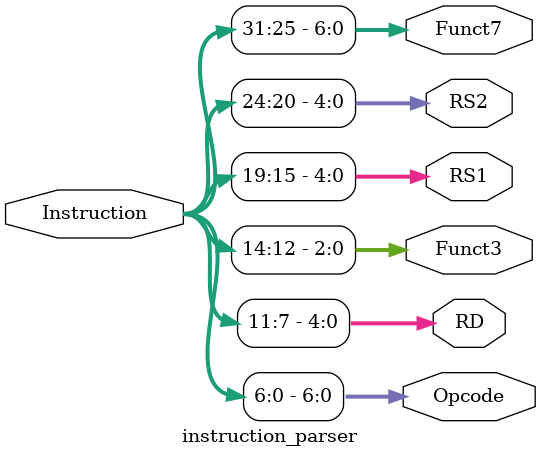
<source format=v>
`timescale 1ns / 1ps


module instruction_parser(
input [31:0] Instruction,
    output [6:0] Opcode,
    output [4:0] RD,
    output [2:0] Funct3,
    output [4:0] RS1,
    output [4:0] RS2,
    output [6:0] Funct7
    );
    assign Opcode = Instruction[6:0];
    assign RD = Instruction[11:7];
    assign Funct3 = Instruction[14:12];
    assign RS1 = Instruction[19:15];
    assign RS2 = Instruction[24:20];
    assign Funct7 = Instruction[31:25];
endmodule

</source>
